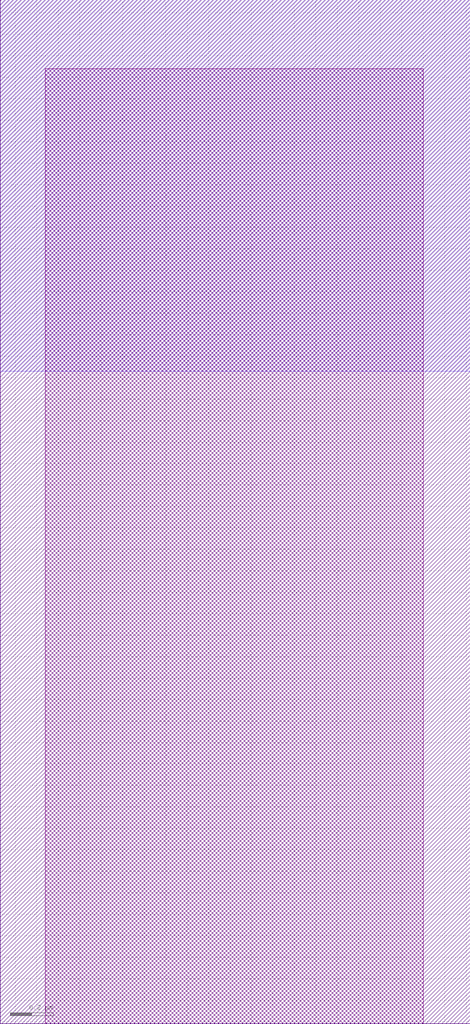
<source format=lef>
VERSION 5.7 ;
  NOWIREEXTENSIONATPIN ON ;
  DIVIDERCHAR "/" ;
  BUSBITCHARS "[]" ;
UNITS
  DATABASE MICRONS 200 ;
END UNITS

LAYER via2
  TYPE CUT ;
END via2

LAYER via
  TYPE CUT ;
END via

LAYER nwell
  TYPE MASTERSLICE ;
END nwell

LAYER via3
  TYPE CUT ;
END via3

LAYER pwell
  TYPE MASTERSLICE ;
END pwell

LAYER via4
  TYPE CUT ;
END via4

LAYER mcon
  TYPE CUT ;
END mcon

LAYER met6
  TYPE ROUTING ;
  WIDTH 0.030000 ;
  SPACING 0.040000 ;
  DIRECTION HORIZONTAL ;
END met6

LAYER met1
  TYPE ROUTING ;
  WIDTH 0.140000 ;
  SPACING 0.140000 ;
  DIRECTION HORIZONTAL ;
END met1

LAYER met3
  TYPE ROUTING ;
  WIDTH 0.300000 ;
  SPACING 0.300000 ;
  DIRECTION HORIZONTAL ;
END met3

LAYER met2
  TYPE ROUTING ;
  WIDTH 0.140000 ;
  SPACING 0.140000 ;
  DIRECTION HORIZONTAL ;
END met2

LAYER met4
  TYPE ROUTING ;
  WIDTH 0.300000 ;
  SPACING 0.300000 ;
  DIRECTION HORIZONTAL ;
END met4

LAYER met5
  TYPE ROUTING ;
  WIDTH 1.600000 ;
  SPACING 1.600000 ;
  DIRECTION HORIZONTAL ;
END met5

LAYER li1
  TYPE ROUTING ;
  WIDTH 0.170000 ;
  SPACING 0.170000 ;
  DIRECTION HORIZONTAL ;
END li1

MACRO sky130_hilas_TAcoreblock
  CLASS BLOCK ;
  FOREIGN sky130_hilas_TAcoreblock ;
  ORIGIN -4.630 -1.990 ;
  SIZE 2.190 BY 4.770 ;
  OBS
      LAYER nwell ;
        RECT 4.630 5.030 6.820 6.760 ;
      LAYER li1 ;
        RECT 4.840 1.990 6.600 6.440 ;
  END
END sky130_hilas_TAcoreblock
END LIBRARY


</source>
